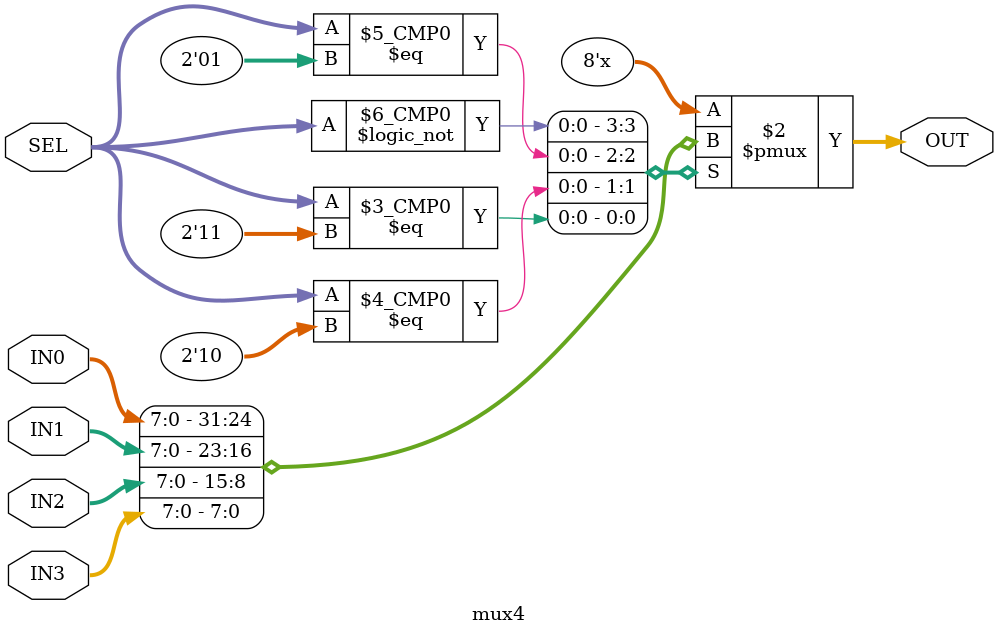
<source format=v>

`timescale 1ns/1ns

module mux4 #(
	parameter DATA_WIDTH = 8) (
	input [DATA_WIDTH-1:0] IN0,
	input [DATA_WIDTH-1:0] IN1,
	input [DATA_WIDTH-1:0] IN2,
	input [DATA_WIDTH-1:0] IN3,
	input [1:0] SEL,
	output reg [DATA_WIDTH-1:0] OUT
);

always @(*) begin
	case(SEL)
		2'b00: OUT <= IN0;
		2'b01: OUT <= IN1;
		2'b10: OUT <= IN2;
		2'b11: OUT <= IN3;
	endcase
end

endmodule // mux4
</source>
